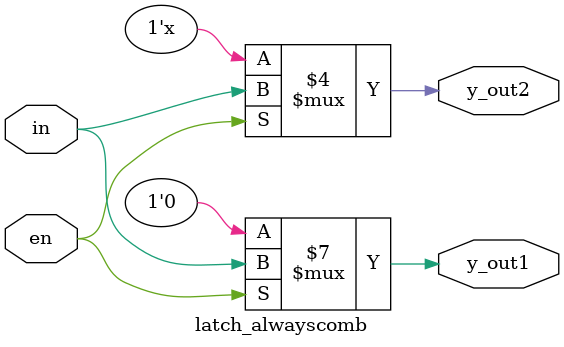
<source format=sv>
`timescale 1ns / 1ps


module latch_alwayscomb(
    output logic y_out1,
    output logic y_out2,
    input wire in,
    input wire en
    );

    always_comb begin : latch_always_comb
        if(en) y_out1= in;
        else y_out1= 1'b0;
    end

    always_comb begin
        if(en) y_out2= in;

    end
endmodule

</source>
